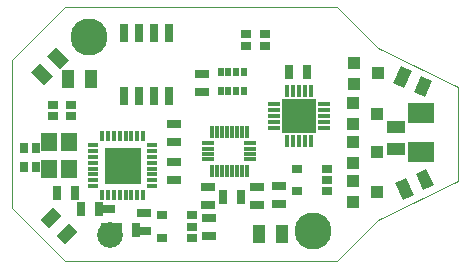
<source format=gts>
G04 (created by PCBNEW (2013-jul-07)-stable) date Mon 22 Jun 2015 08:36:27 PM EDT*
%MOIN*%
G04 Gerber Fmt 3.4, Leading zero omitted, Abs format*
%FSLAX34Y34*%
G01*
G70*
G90*
G04 APERTURE LIST*
%ADD10C,0.00590551*%
%ADD11C,0.00393701*%
%ADD12R,0.113668X0.113668*%
%ADD13R,0.0408331X0.0152425*%
%ADD14R,0.0152425X0.0408331*%
%ADD15R,0.0524X0.0604*%
%ADD16R,0.0414X0.0414*%
%ADD17R,0.0354X0.0254*%
%ADD18R,0.029X0.0605*%
%ADD19R,0.0854X0.0654*%
%ADD20R,0.0304X0.0504*%
%ADD21R,0.0504X0.0304*%
%ADD22R,0.0354X0.0154*%
%ADD23R,0.0154X0.0354*%
%ADD24R,0.1235X0.1235*%
%ADD25R,0.029022X0.0329591*%
%ADD26C,0.12351*%
%ADD27R,0.0329591X0.029022*%
%ADD28R,0.0144551X0.0408331*%
%ADD29R,0.0408331X0.0144551*%
%ADD30R,0.0404X0.0604*%
%ADD31R,0.0604X0.0404*%
%ADD32R,0.0191795X0.025085*%
%ADD33C,0.0854*%
G04 APERTURE END LIST*
G54D10*
G54D11*
X28718Y-19360D02*
X19662Y-19360D01*
X28718Y-27825D02*
X19662Y-27825D01*
X19662Y-27825D02*
X17891Y-26053D01*
X17891Y-21132D02*
X19662Y-19360D01*
X32753Y-25167D02*
X30096Y-26447D01*
X32753Y-22018D02*
X32753Y-25167D01*
X30096Y-20738D02*
X32753Y-22018D01*
X17891Y-21132D02*
X17891Y-26053D01*
X28718Y-19360D02*
X30096Y-20738D01*
X28718Y-27825D02*
X30096Y-26447D01*
G54D12*
X27458Y-22999D03*
G54D13*
X28284Y-23392D03*
X28284Y-23195D03*
X28284Y-22999D03*
X28284Y-22802D03*
X28284Y-22605D03*
G54D14*
X27851Y-22172D03*
X27654Y-22172D03*
X27458Y-22172D03*
X27261Y-22172D03*
X27064Y-22172D03*
G54D13*
X26631Y-22605D03*
X26631Y-22802D03*
X26631Y-22999D03*
X26631Y-23195D03*
X26631Y-23392D03*
G54D14*
X27064Y-23825D03*
X27261Y-23825D03*
X27458Y-23825D03*
X27654Y-23825D03*
X27851Y-23825D03*
G54D15*
X19809Y-23864D03*
X19139Y-23864D03*
X19139Y-24764D03*
X19809Y-24764D03*
G54D16*
X29280Y-23270D03*
X29280Y-22570D03*
X30080Y-22920D03*
X29284Y-21918D03*
X29284Y-21218D03*
X30084Y-21568D03*
X29270Y-24550D03*
X29270Y-23850D03*
X30070Y-24200D03*
X29270Y-25870D03*
X29270Y-25170D03*
X30070Y-25520D03*
G54D17*
X28399Y-25491D03*
X28399Y-24741D03*
X27399Y-25491D03*
X28399Y-25116D03*
X27399Y-24741D03*
X23888Y-27051D03*
X23888Y-26301D03*
X22888Y-27051D03*
X23888Y-26676D03*
X22888Y-26301D03*
G54D18*
X23140Y-22327D03*
X23140Y-20227D03*
X22640Y-22327D03*
X22140Y-22327D03*
X21640Y-22327D03*
X22640Y-20227D03*
X22140Y-20227D03*
X21640Y-20227D03*
G54D19*
X31520Y-24200D03*
X31520Y-22900D03*
G54D20*
X21422Y-26807D03*
X22022Y-26807D03*
X24929Y-25681D03*
X25529Y-25681D03*
G54D21*
X24231Y-22176D03*
X24231Y-21576D03*
X24444Y-25964D03*
X24444Y-25364D03*
X26802Y-25338D03*
X26802Y-25938D03*
G54D20*
X27719Y-21528D03*
X27119Y-21528D03*
G54D21*
X26079Y-25366D03*
X26079Y-25966D03*
G54D20*
X20788Y-26098D03*
X20188Y-26098D03*
G54D21*
X23307Y-25118D03*
X23307Y-24518D03*
X24462Y-27003D03*
X24462Y-26403D03*
X21087Y-26106D03*
X21087Y-26706D03*
G54D22*
X20600Y-25136D03*
X20600Y-24939D03*
X20600Y-24742D03*
X20600Y-25333D03*
G54D23*
X20895Y-25628D03*
X21092Y-25628D03*
X21289Y-25628D03*
X21486Y-25628D03*
X21682Y-25628D03*
X21879Y-25628D03*
X22076Y-25628D03*
X22273Y-25628D03*
G54D22*
X22568Y-23955D03*
X22568Y-25333D03*
X22568Y-25136D03*
X22568Y-24939D03*
X22568Y-24742D03*
X22568Y-24546D03*
X22568Y-24349D03*
X22568Y-24152D03*
G54D23*
X22273Y-23660D03*
X22076Y-23660D03*
X21879Y-23660D03*
X21682Y-23660D03*
X21486Y-23660D03*
X21289Y-23660D03*
X21092Y-23660D03*
X20895Y-23660D03*
G54D22*
X20600Y-23955D03*
X20600Y-24152D03*
X20600Y-24349D03*
X20600Y-24546D03*
G54D24*
X21584Y-24644D03*
G54D25*
X18289Y-24682D03*
X18289Y-24053D03*
X18682Y-24682D03*
X18682Y-24053D03*
G54D26*
X20450Y-20344D03*
X27930Y-26840D03*
G54D21*
X22305Y-26235D03*
X22305Y-26835D03*
G54D20*
X19383Y-25556D03*
X19983Y-25556D03*
G54D21*
X23297Y-23844D03*
X23297Y-23244D03*
G54D27*
X19879Y-23002D03*
X19249Y-23002D03*
X19879Y-22608D03*
X19249Y-22608D03*
G54D28*
X25735Y-24810D03*
G54D29*
X25843Y-24414D03*
X25843Y-24245D03*
X25843Y-24076D03*
X25843Y-23907D03*
G54D28*
X25735Y-23511D03*
X25566Y-23511D03*
X25396Y-23511D03*
X25227Y-23511D03*
X25058Y-23511D03*
X24889Y-23511D03*
X24719Y-23511D03*
X24550Y-23511D03*
G54D29*
X24443Y-23907D03*
X24443Y-24076D03*
X24443Y-24245D03*
X24443Y-24414D03*
G54D28*
X24550Y-24810D03*
X24719Y-24810D03*
X24889Y-24810D03*
X25058Y-24810D03*
X25227Y-24810D03*
X25396Y-24810D03*
X25566Y-24810D03*
G54D10*
G36*
X18966Y-21942D02*
X18539Y-21515D01*
X18825Y-21229D01*
X19252Y-21656D01*
X18966Y-21942D01*
X18966Y-21942D01*
G37*
G36*
X19496Y-21412D02*
X19069Y-20985D01*
X19355Y-20699D01*
X19782Y-21126D01*
X19496Y-21412D01*
X19496Y-21412D01*
G37*
G36*
X31910Y-21820D02*
X31655Y-22367D01*
X31289Y-22196D01*
X31544Y-21649D01*
X31910Y-21820D01*
X31910Y-21820D01*
G37*
G36*
X31230Y-21503D02*
X30975Y-22050D01*
X30609Y-21879D01*
X30864Y-21332D01*
X31230Y-21503D01*
X31230Y-21503D01*
G37*
G36*
X31715Y-24752D02*
X31970Y-25299D01*
X31604Y-25470D01*
X31349Y-24923D01*
X31715Y-24752D01*
X31715Y-24752D01*
G37*
G36*
X31035Y-25069D02*
X31290Y-25616D01*
X30924Y-25787D01*
X30669Y-25240D01*
X31035Y-25069D01*
X31035Y-25069D01*
G37*
G36*
X18851Y-26454D02*
X19278Y-26027D01*
X19564Y-26313D01*
X19137Y-26740D01*
X18851Y-26454D01*
X18851Y-26454D01*
G37*
G36*
X19381Y-26984D02*
X19808Y-26557D01*
X20094Y-26843D01*
X19667Y-27270D01*
X19381Y-26984D01*
X19381Y-26984D01*
G37*
G54D30*
X19776Y-21771D03*
X20526Y-21771D03*
G54D27*
X26339Y-20656D03*
X25710Y-20656D03*
X26339Y-20263D03*
X25710Y-20263D03*
G54D30*
X26883Y-26940D03*
X26133Y-26940D03*
G54D31*
X30702Y-24105D03*
X30702Y-23355D03*
G54D32*
X24852Y-21519D03*
X25108Y-21519D03*
X25363Y-21519D03*
X25619Y-21519D03*
X25619Y-22148D03*
X25363Y-22148D03*
X25108Y-22148D03*
X24852Y-22148D03*
G54D33*
X21159Y-26955D03*
M02*

</source>
